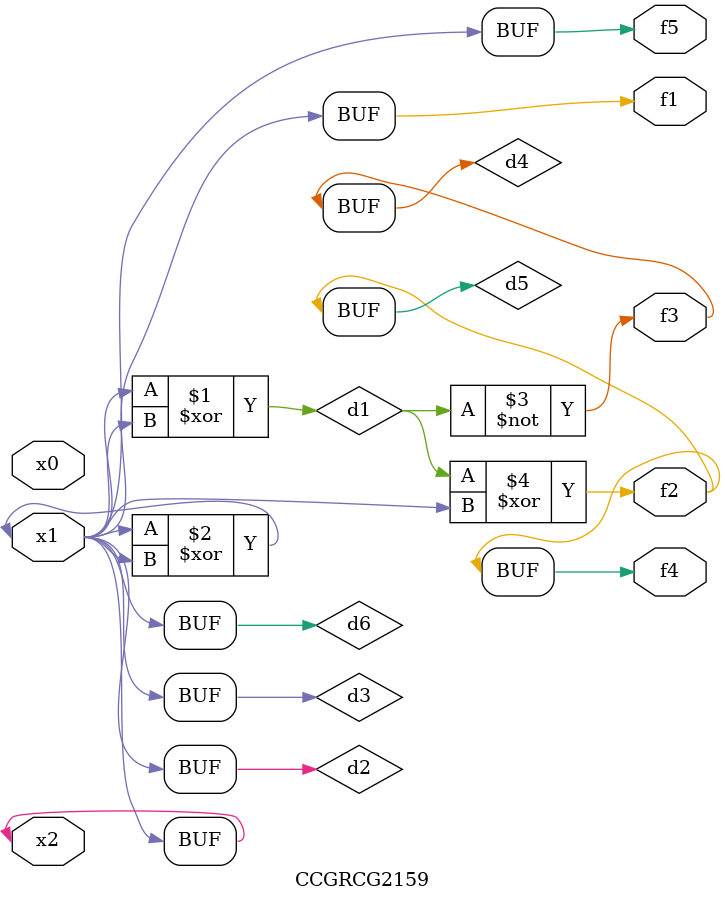
<source format=v>
module CCGRCG2159(
	input x0, x1, x2,
	output f1, f2, f3, f4, f5
);

	wire d1, d2, d3, d4, d5, d6;

	xor (d1, x1, x2);
	buf (d2, x1, x2);
	xor (d3, x1, x2);
	nor (d4, d1);
	xor (d5, d1, d2);
	buf (d6, d2, d3);
	assign f1 = d6;
	assign f2 = d5;
	assign f3 = d4;
	assign f4 = d5;
	assign f5 = d6;
endmodule

</source>
